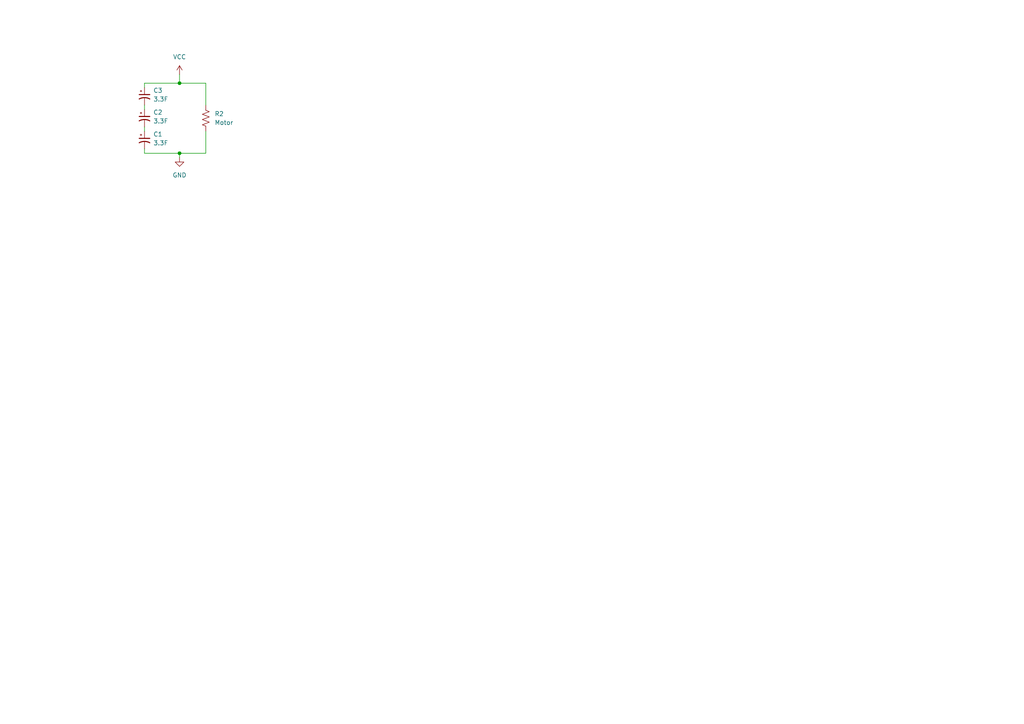
<source format=kicad_sch>
(kicad_sch (version 20230121) (generator eeschema)
  (paper "A4")
  (lib_symbols
    (symbol "Device:C_Polarized_Small_US" (pin_numbers hide) (pin_names (offset 0.254) hide)
      (property "Reference" "C" (at 0.254 1.778 0))
      (property "Value" "C_Polarized_Small_US" (at 0.254 -2.032 0))
      (symbol "C_Polarized_Small_US_0_1"
        (polyline (pts (xy -1.524 0.508) (xy 1.524 0.508)) (stroke (width 0.3048)))
        (polyline (pts (xy -1.27 1.524) (xy -0.762 1.524)))
        (polyline (pts (xy -1.016 1.27) (xy -1.016 1.778)))
        (arc (start 1.524 -0.762) (mid 0 -0.3734) (end -1.524 -0.762) (stroke (width 0.3048)))
      )
      (symbol "C_Polarized_Small_US_1_1"
        (pin passive line (at 0 2.54 270) (length 2.032) (name "~") (number "1"))
        (pin passive line (at 0 -2.54 90) (length 2.032) (name "~") (number "2"))
      )
    )
    (symbol "Device:R_US" (pin_numbers hide) (pin_names (offset 0))
      (property "Reference" "R" (at 2.54 0 90))
      (property "Value" "R_US" (at -2.54 0 90))
      (symbol "R_US_0_1"
        (polyline (pts (xy 0 -2.286) (xy 0 -2.54)))
        (polyline (pts (xy 0 2.286) (xy 0 2.54)))
        (polyline (pts (xy 0 -0.762) (xy 1.016 -1.143) (xy 0 -1.524) (xy -1.016 -1.905) (xy 0 -2.286)))
        (polyline (pts (xy 0 0.762) (xy 1.016 0.381) (xy 0 0) (xy -1.016 -0.381) (xy 0 -0.762)))
        (polyline (pts (xy 0 2.286) (xy 1.016 1.905) (xy 0 1.524) (xy -1.016 1.143) (xy 0 0.762)))
      )
      (symbol "R_US_1_1"
        (pin passive line (at 0 3.81 270) (length 1.27) (name "~") (number "1"))
        (pin passive line (at 0 -3.81 90) (length 1.27) (name "~") (number "2"))
      )
    )
    (symbol "power:GND" (power) (pin_names (offset 0))
      (property "Value" "GND" (at 0 -3.81 0))
      (symbol "GND_0_1"
        (polyline (pts (xy 0 0) (xy 0 -1.27) (xy 1.27 -1.27) (xy 0 -2.54) (xy -1.27 -1.27) (xy 0 -1.27)))
      )
      (symbol "GND_1_1"
        (pin power_in line (at 0 0 270) (length 0) hide (name "GND") (number "1"))
      )
    )
    (symbol "power:VCC" (power) (pin_names (offset 0))
      (property "Value" "VCC" (at 0 3.81 0))
      (symbol "VCC_0_1"
        (polyline (pts (xy -0.762 1.27) (xy 0 2.54)))
        (polyline (pts (xy 0 0) (xy 0 2.54)))
        (polyline (pts (xy 0 2.54) (xy 0.762 1.27)))
      )
      (symbol "VCC_1_1"
        (pin power_in line (at 0 0 90) (length 0) hide (name "VCC") (number "1"))
      )
    )
  )
  (junction (at 52.07 24.13))
  (junction (at 52.07 44.45))
  (wire (pts (xy 59.69 44.45) (xy 52.07 44.45)))
  (wire (pts (xy 52.07 24.13) (xy 52.07 21.59)))
  (wire (pts (xy 41.91 36.83) (xy 41.91 38.1)))
  (wire (pts (xy 59.69 30.48) (xy 59.69 24.13)))
  (wire (pts (xy 59.69 24.13) (xy 52.07 24.13)))
  (wire (pts (xy 59.69 44.45) (xy 59.69 38.1)))
  (wire (pts (xy 41.91 30.48) (xy 41.91 31.75)))
  (wire (pts (xy 41.91 24.13) (xy 41.91 25.4)))
  (wire (pts (xy 41.91 44.45) (xy 41.91 43.18)))
  (wire (pts (xy 52.07 44.45) (xy 52.07 45.72)))
  (wire (pts (xy 41.91 24.13) (xy 52.07 24.13)))
  (wire (pts (xy 41.91 44.45) (xy 52.07 44.45)))
  (symbol (lib_id "power:GND") (at 52.07 45.72 0) (unit 1)
    (property "Reference" "#PWR02" (effects hide))
    (property "Value" "GND" (at 52.07 50.8 0))
  )
  (symbol (lib_id "power:VCC") (at 52.07 21.59 0) (unit 1)
    (property "Reference" "#PWR01" (effects hide))
    (property "Value" "VCC" (at 52.07 16.51 0))
  )
  (symbol (lib_id "Device:R_US") (at 59.69 34.29 0) (unit 1)
    (property "Reference" "R2" (at 62.23 33.02 0) (effects (justify left)))
    (property "Value" "Motor" (at 62.23 35.56 0) (effects (justify left)))
  )
  (symbol (lib_id "Device:C_Polarized_Small_US") (at 41.91 40.64 0) (unit 1)
    (property "Reference" "C1" (at 44.45 38.9382 0) (effects (justify left)))
    (property "Value" "3.3F" (at 44.45 41.4782 0) (effects (justify left)))
  )
  (symbol (lib_id "Device:C_Polarized_Small_US") (at 41.91 27.94 0) (unit 1)
    (property "Reference" "C3" (at 44.45 26.2382 0) (effects (justify left)))
    (property "Value" "3.3F" (at 44.45 28.7782 0) (effects (justify left)))
  )
  (symbol (lib_id "Device:C_Polarized_Small_US") (at 41.91 34.29 0) (unit 1)
    (property "Reference" "C2" (at 44.45 32.5882 0) (effects (justify left)))
    (property "Value" "3.3F" (at 44.45 35.1282 0) (effects (justify left)))
  )
)
</source>
